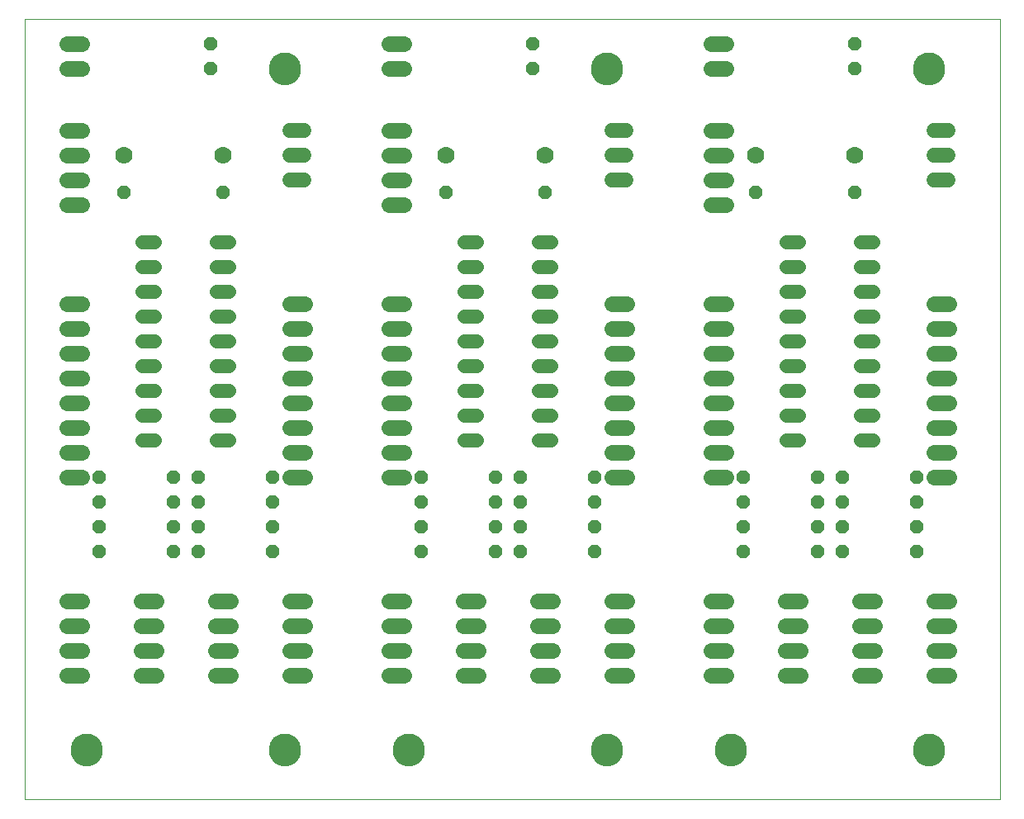
<source format=gbs>
G75*
%MOIN*%
%OFA0B0*%
%FSLAX25Y25*%
%IPPOS*%
%LPD*%
%AMOC8*
5,1,8,0,0,1.08239X$1,22.5*
%
%ADD10C,0.00000*%
%ADD11C,0.07000*%
%ADD12C,0.06400*%
%ADD13OC8,0.05600*%
%ADD14C,0.12998*%
%ADD15C,0.05600*%
%ADD16C,0.06000*%
D10*
X0001000Y0003000D02*
X0001000Y0317961D01*
X0394701Y0317961D01*
X0394701Y0003000D01*
X0001000Y0003000D01*
X0019701Y0023000D02*
X0019703Y0023158D01*
X0019709Y0023316D01*
X0019719Y0023474D01*
X0019733Y0023632D01*
X0019751Y0023789D01*
X0019772Y0023946D01*
X0019798Y0024102D01*
X0019828Y0024258D01*
X0019861Y0024413D01*
X0019899Y0024566D01*
X0019940Y0024719D01*
X0019985Y0024871D01*
X0020034Y0025022D01*
X0020087Y0025171D01*
X0020143Y0025319D01*
X0020203Y0025465D01*
X0020267Y0025610D01*
X0020335Y0025753D01*
X0020406Y0025895D01*
X0020480Y0026035D01*
X0020558Y0026172D01*
X0020640Y0026308D01*
X0020724Y0026442D01*
X0020813Y0026573D01*
X0020904Y0026702D01*
X0020999Y0026829D01*
X0021096Y0026954D01*
X0021197Y0027076D01*
X0021301Y0027195D01*
X0021408Y0027312D01*
X0021518Y0027426D01*
X0021631Y0027537D01*
X0021746Y0027646D01*
X0021864Y0027751D01*
X0021985Y0027853D01*
X0022108Y0027953D01*
X0022234Y0028049D01*
X0022362Y0028142D01*
X0022492Y0028232D01*
X0022625Y0028318D01*
X0022760Y0028402D01*
X0022896Y0028481D01*
X0023035Y0028558D01*
X0023176Y0028630D01*
X0023318Y0028700D01*
X0023462Y0028765D01*
X0023608Y0028827D01*
X0023755Y0028885D01*
X0023904Y0028940D01*
X0024054Y0028991D01*
X0024205Y0029038D01*
X0024357Y0029081D01*
X0024510Y0029120D01*
X0024665Y0029156D01*
X0024820Y0029187D01*
X0024976Y0029215D01*
X0025132Y0029239D01*
X0025289Y0029259D01*
X0025447Y0029275D01*
X0025604Y0029287D01*
X0025763Y0029295D01*
X0025921Y0029299D01*
X0026079Y0029299D01*
X0026237Y0029295D01*
X0026396Y0029287D01*
X0026553Y0029275D01*
X0026711Y0029259D01*
X0026868Y0029239D01*
X0027024Y0029215D01*
X0027180Y0029187D01*
X0027335Y0029156D01*
X0027490Y0029120D01*
X0027643Y0029081D01*
X0027795Y0029038D01*
X0027946Y0028991D01*
X0028096Y0028940D01*
X0028245Y0028885D01*
X0028392Y0028827D01*
X0028538Y0028765D01*
X0028682Y0028700D01*
X0028824Y0028630D01*
X0028965Y0028558D01*
X0029104Y0028481D01*
X0029240Y0028402D01*
X0029375Y0028318D01*
X0029508Y0028232D01*
X0029638Y0028142D01*
X0029766Y0028049D01*
X0029892Y0027953D01*
X0030015Y0027853D01*
X0030136Y0027751D01*
X0030254Y0027646D01*
X0030369Y0027537D01*
X0030482Y0027426D01*
X0030592Y0027312D01*
X0030699Y0027195D01*
X0030803Y0027076D01*
X0030904Y0026954D01*
X0031001Y0026829D01*
X0031096Y0026702D01*
X0031187Y0026573D01*
X0031276Y0026442D01*
X0031360Y0026308D01*
X0031442Y0026172D01*
X0031520Y0026035D01*
X0031594Y0025895D01*
X0031665Y0025753D01*
X0031733Y0025610D01*
X0031797Y0025465D01*
X0031857Y0025319D01*
X0031913Y0025171D01*
X0031966Y0025022D01*
X0032015Y0024871D01*
X0032060Y0024719D01*
X0032101Y0024566D01*
X0032139Y0024413D01*
X0032172Y0024258D01*
X0032202Y0024102D01*
X0032228Y0023946D01*
X0032249Y0023789D01*
X0032267Y0023632D01*
X0032281Y0023474D01*
X0032291Y0023316D01*
X0032297Y0023158D01*
X0032299Y0023000D01*
X0032297Y0022842D01*
X0032291Y0022684D01*
X0032281Y0022526D01*
X0032267Y0022368D01*
X0032249Y0022211D01*
X0032228Y0022054D01*
X0032202Y0021898D01*
X0032172Y0021742D01*
X0032139Y0021587D01*
X0032101Y0021434D01*
X0032060Y0021281D01*
X0032015Y0021129D01*
X0031966Y0020978D01*
X0031913Y0020829D01*
X0031857Y0020681D01*
X0031797Y0020535D01*
X0031733Y0020390D01*
X0031665Y0020247D01*
X0031594Y0020105D01*
X0031520Y0019965D01*
X0031442Y0019828D01*
X0031360Y0019692D01*
X0031276Y0019558D01*
X0031187Y0019427D01*
X0031096Y0019298D01*
X0031001Y0019171D01*
X0030904Y0019046D01*
X0030803Y0018924D01*
X0030699Y0018805D01*
X0030592Y0018688D01*
X0030482Y0018574D01*
X0030369Y0018463D01*
X0030254Y0018354D01*
X0030136Y0018249D01*
X0030015Y0018147D01*
X0029892Y0018047D01*
X0029766Y0017951D01*
X0029638Y0017858D01*
X0029508Y0017768D01*
X0029375Y0017682D01*
X0029240Y0017598D01*
X0029104Y0017519D01*
X0028965Y0017442D01*
X0028824Y0017370D01*
X0028682Y0017300D01*
X0028538Y0017235D01*
X0028392Y0017173D01*
X0028245Y0017115D01*
X0028096Y0017060D01*
X0027946Y0017009D01*
X0027795Y0016962D01*
X0027643Y0016919D01*
X0027490Y0016880D01*
X0027335Y0016844D01*
X0027180Y0016813D01*
X0027024Y0016785D01*
X0026868Y0016761D01*
X0026711Y0016741D01*
X0026553Y0016725D01*
X0026396Y0016713D01*
X0026237Y0016705D01*
X0026079Y0016701D01*
X0025921Y0016701D01*
X0025763Y0016705D01*
X0025604Y0016713D01*
X0025447Y0016725D01*
X0025289Y0016741D01*
X0025132Y0016761D01*
X0024976Y0016785D01*
X0024820Y0016813D01*
X0024665Y0016844D01*
X0024510Y0016880D01*
X0024357Y0016919D01*
X0024205Y0016962D01*
X0024054Y0017009D01*
X0023904Y0017060D01*
X0023755Y0017115D01*
X0023608Y0017173D01*
X0023462Y0017235D01*
X0023318Y0017300D01*
X0023176Y0017370D01*
X0023035Y0017442D01*
X0022896Y0017519D01*
X0022760Y0017598D01*
X0022625Y0017682D01*
X0022492Y0017768D01*
X0022362Y0017858D01*
X0022234Y0017951D01*
X0022108Y0018047D01*
X0021985Y0018147D01*
X0021864Y0018249D01*
X0021746Y0018354D01*
X0021631Y0018463D01*
X0021518Y0018574D01*
X0021408Y0018688D01*
X0021301Y0018805D01*
X0021197Y0018924D01*
X0021096Y0019046D01*
X0020999Y0019171D01*
X0020904Y0019298D01*
X0020813Y0019427D01*
X0020724Y0019558D01*
X0020640Y0019692D01*
X0020558Y0019828D01*
X0020480Y0019965D01*
X0020406Y0020105D01*
X0020335Y0020247D01*
X0020267Y0020390D01*
X0020203Y0020535D01*
X0020143Y0020681D01*
X0020087Y0020829D01*
X0020034Y0020978D01*
X0019985Y0021129D01*
X0019940Y0021281D01*
X0019899Y0021434D01*
X0019861Y0021587D01*
X0019828Y0021742D01*
X0019798Y0021898D01*
X0019772Y0022054D01*
X0019751Y0022211D01*
X0019733Y0022368D01*
X0019719Y0022526D01*
X0019709Y0022684D01*
X0019703Y0022842D01*
X0019701Y0023000D01*
X0099701Y0023000D02*
X0099703Y0023158D01*
X0099709Y0023316D01*
X0099719Y0023474D01*
X0099733Y0023632D01*
X0099751Y0023789D01*
X0099772Y0023946D01*
X0099798Y0024102D01*
X0099828Y0024258D01*
X0099861Y0024413D01*
X0099899Y0024566D01*
X0099940Y0024719D01*
X0099985Y0024871D01*
X0100034Y0025022D01*
X0100087Y0025171D01*
X0100143Y0025319D01*
X0100203Y0025465D01*
X0100267Y0025610D01*
X0100335Y0025753D01*
X0100406Y0025895D01*
X0100480Y0026035D01*
X0100558Y0026172D01*
X0100640Y0026308D01*
X0100724Y0026442D01*
X0100813Y0026573D01*
X0100904Y0026702D01*
X0100999Y0026829D01*
X0101096Y0026954D01*
X0101197Y0027076D01*
X0101301Y0027195D01*
X0101408Y0027312D01*
X0101518Y0027426D01*
X0101631Y0027537D01*
X0101746Y0027646D01*
X0101864Y0027751D01*
X0101985Y0027853D01*
X0102108Y0027953D01*
X0102234Y0028049D01*
X0102362Y0028142D01*
X0102492Y0028232D01*
X0102625Y0028318D01*
X0102760Y0028402D01*
X0102896Y0028481D01*
X0103035Y0028558D01*
X0103176Y0028630D01*
X0103318Y0028700D01*
X0103462Y0028765D01*
X0103608Y0028827D01*
X0103755Y0028885D01*
X0103904Y0028940D01*
X0104054Y0028991D01*
X0104205Y0029038D01*
X0104357Y0029081D01*
X0104510Y0029120D01*
X0104665Y0029156D01*
X0104820Y0029187D01*
X0104976Y0029215D01*
X0105132Y0029239D01*
X0105289Y0029259D01*
X0105447Y0029275D01*
X0105604Y0029287D01*
X0105763Y0029295D01*
X0105921Y0029299D01*
X0106079Y0029299D01*
X0106237Y0029295D01*
X0106396Y0029287D01*
X0106553Y0029275D01*
X0106711Y0029259D01*
X0106868Y0029239D01*
X0107024Y0029215D01*
X0107180Y0029187D01*
X0107335Y0029156D01*
X0107490Y0029120D01*
X0107643Y0029081D01*
X0107795Y0029038D01*
X0107946Y0028991D01*
X0108096Y0028940D01*
X0108245Y0028885D01*
X0108392Y0028827D01*
X0108538Y0028765D01*
X0108682Y0028700D01*
X0108824Y0028630D01*
X0108965Y0028558D01*
X0109104Y0028481D01*
X0109240Y0028402D01*
X0109375Y0028318D01*
X0109508Y0028232D01*
X0109638Y0028142D01*
X0109766Y0028049D01*
X0109892Y0027953D01*
X0110015Y0027853D01*
X0110136Y0027751D01*
X0110254Y0027646D01*
X0110369Y0027537D01*
X0110482Y0027426D01*
X0110592Y0027312D01*
X0110699Y0027195D01*
X0110803Y0027076D01*
X0110904Y0026954D01*
X0111001Y0026829D01*
X0111096Y0026702D01*
X0111187Y0026573D01*
X0111276Y0026442D01*
X0111360Y0026308D01*
X0111442Y0026172D01*
X0111520Y0026035D01*
X0111594Y0025895D01*
X0111665Y0025753D01*
X0111733Y0025610D01*
X0111797Y0025465D01*
X0111857Y0025319D01*
X0111913Y0025171D01*
X0111966Y0025022D01*
X0112015Y0024871D01*
X0112060Y0024719D01*
X0112101Y0024566D01*
X0112139Y0024413D01*
X0112172Y0024258D01*
X0112202Y0024102D01*
X0112228Y0023946D01*
X0112249Y0023789D01*
X0112267Y0023632D01*
X0112281Y0023474D01*
X0112291Y0023316D01*
X0112297Y0023158D01*
X0112299Y0023000D01*
X0112297Y0022842D01*
X0112291Y0022684D01*
X0112281Y0022526D01*
X0112267Y0022368D01*
X0112249Y0022211D01*
X0112228Y0022054D01*
X0112202Y0021898D01*
X0112172Y0021742D01*
X0112139Y0021587D01*
X0112101Y0021434D01*
X0112060Y0021281D01*
X0112015Y0021129D01*
X0111966Y0020978D01*
X0111913Y0020829D01*
X0111857Y0020681D01*
X0111797Y0020535D01*
X0111733Y0020390D01*
X0111665Y0020247D01*
X0111594Y0020105D01*
X0111520Y0019965D01*
X0111442Y0019828D01*
X0111360Y0019692D01*
X0111276Y0019558D01*
X0111187Y0019427D01*
X0111096Y0019298D01*
X0111001Y0019171D01*
X0110904Y0019046D01*
X0110803Y0018924D01*
X0110699Y0018805D01*
X0110592Y0018688D01*
X0110482Y0018574D01*
X0110369Y0018463D01*
X0110254Y0018354D01*
X0110136Y0018249D01*
X0110015Y0018147D01*
X0109892Y0018047D01*
X0109766Y0017951D01*
X0109638Y0017858D01*
X0109508Y0017768D01*
X0109375Y0017682D01*
X0109240Y0017598D01*
X0109104Y0017519D01*
X0108965Y0017442D01*
X0108824Y0017370D01*
X0108682Y0017300D01*
X0108538Y0017235D01*
X0108392Y0017173D01*
X0108245Y0017115D01*
X0108096Y0017060D01*
X0107946Y0017009D01*
X0107795Y0016962D01*
X0107643Y0016919D01*
X0107490Y0016880D01*
X0107335Y0016844D01*
X0107180Y0016813D01*
X0107024Y0016785D01*
X0106868Y0016761D01*
X0106711Y0016741D01*
X0106553Y0016725D01*
X0106396Y0016713D01*
X0106237Y0016705D01*
X0106079Y0016701D01*
X0105921Y0016701D01*
X0105763Y0016705D01*
X0105604Y0016713D01*
X0105447Y0016725D01*
X0105289Y0016741D01*
X0105132Y0016761D01*
X0104976Y0016785D01*
X0104820Y0016813D01*
X0104665Y0016844D01*
X0104510Y0016880D01*
X0104357Y0016919D01*
X0104205Y0016962D01*
X0104054Y0017009D01*
X0103904Y0017060D01*
X0103755Y0017115D01*
X0103608Y0017173D01*
X0103462Y0017235D01*
X0103318Y0017300D01*
X0103176Y0017370D01*
X0103035Y0017442D01*
X0102896Y0017519D01*
X0102760Y0017598D01*
X0102625Y0017682D01*
X0102492Y0017768D01*
X0102362Y0017858D01*
X0102234Y0017951D01*
X0102108Y0018047D01*
X0101985Y0018147D01*
X0101864Y0018249D01*
X0101746Y0018354D01*
X0101631Y0018463D01*
X0101518Y0018574D01*
X0101408Y0018688D01*
X0101301Y0018805D01*
X0101197Y0018924D01*
X0101096Y0019046D01*
X0100999Y0019171D01*
X0100904Y0019298D01*
X0100813Y0019427D01*
X0100724Y0019558D01*
X0100640Y0019692D01*
X0100558Y0019828D01*
X0100480Y0019965D01*
X0100406Y0020105D01*
X0100335Y0020247D01*
X0100267Y0020390D01*
X0100203Y0020535D01*
X0100143Y0020681D01*
X0100087Y0020829D01*
X0100034Y0020978D01*
X0099985Y0021129D01*
X0099940Y0021281D01*
X0099899Y0021434D01*
X0099861Y0021587D01*
X0099828Y0021742D01*
X0099798Y0021898D01*
X0099772Y0022054D01*
X0099751Y0022211D01*
X0099733Y0022368D01*
X0099719Y0022526D01*
X0099709Y0022684D01*
X0099703Y0022842D01*
X0099701Y0023000D01*
X0149701Y0023000D02*
X0149703Y0023158D01*
X0149709Y0023316D01*
X0149719Y0023474D01*
X0149733Y0023632D01*
X0149751Y0023789D01*
X0149772Y0023946D01*
X0149798Y0024102D01*
X0149828Y0024258D01*
X0149861Y0024413D01*
X0149899Y0024566D01*
X0149940Y0024719D01*
X0149985Y0024871D01*
X0150034Y0025022D01*
X0150087Y0025171D01*
X0150143Y0025319D01*
X0150203Y0025465D01*
X0150267Y0025610D01*
X0150335Y0025753D01*
X0150406Y0025895D01*
X0150480Y0026035D01*
X0150558Y0026172D01*
X0150640Y0026308D01*
X0150724Y0026442D01*
X0150813Y0026573D01*
X0150904Y0026702D01*
X0150999Y0026829D01*
X0151096Y0026954D01*
X0151197Y0027076D01*
X0151301Y0027195D01*
X0151408Y0027312D01*
X0151518Y0027426D01*
X0151631Y0027537D01*
X0151746Y0027646D01*
X0151864Y0027751D01*
X0151985Y0027853D01*
X0152108Y0027953D01*
X0152234Y0028049D01*
X0152362Y0028142D01*
X0152492Y0028232D01*
X0152625Y0028318D01*
X0152760Y0028402D01*
X0152896Y0028481D01*
X0153035Y0028558D01*
X0153176Y0028630D01*
X0153318Y0028700D01*
X0153462Y0028765D01*
X0153608Y0028827D01*
X0153755Y0028885D01*
X0153904Y0028940D01*
X0154054Y0028991D01*
X0154205Y0029038D01*
X0154357Y0029081D01*
X0154510Y0029120D01*
X0154665Y0029156D01*
X0154820Y0029187D01*
X0154976Y0029215D01*
X0155132Y0029239D01*
X0155289Y0029259D01*
X0155447Y0029275D01*
X0155604Y0029287D01*
X0155763Y0029295D01*
X0155921Y0029299D01*
X0156079Y0029299D01*
X0156237Y0029295D01*
X0156396Y0029287D01*
X0156553Y0029275D01*
X0156711Y0029259D01*
X0156868Y0029239D01*
X0157024Y0029215D01*
X0157180Y0029187D01*
X0157335Y0029156D01*
X0157490Y0029120D01*
X0157643Y0029081D01*
X0157795Y0029038D01*
X0157946Y0028991D01*
X0158096Y0028940D01*
X0158245Y0028885D01*
X0158392Y0028827D01*
X0158538Y0028765D01*
X0158682Y0028700D01*
X0158824Y0028630D01*
X0158965Y0028558D01*
X0159104Y0028481D01*
X0159240Y0028402D01*
X0159375Y0028318D01*
X0159508Y0028232D01*
X0159638Y0028142D01*
X0159766Y0028049D01*
X0159892Y0027953D01*
X0160015Y0027853D01*
X0160136Y0027751D01*
X0160254Y0027646D01*
X0160369Y0027537D01*
X0160482Y0027426D01*
X0160592Y0027312D01*
X0160699Y0027195D01*
X0160803Y0027076D01*
X0160904Y0026954D01*
X0161001Y0026829D01*
X0161096Y0026702D01*
X0161187Y0026573D01*
X0161276Y0026442D01*
X0161360Y0026308D01*
X0161442Y0026172D01*
X0161520Y0026035D01*
X0161594Y0025895D01*
X0161665Y0025753D01*
X0161733Y0025610D01*
X0161797Y0025465D01*
X0161857Y0025319D01*
X0161913Y0025171D01*
X0161966Y0025022D01*
X0162015Y0024871D01*
X0162060Y0024719D01*
X0162101Y0024566D01*
X0162139Y0024413D01*
X0162172Y0024258D01*
X0162202Y0024102D01*
X0162228Y0023946D01*
X0162249Y0023789D01*
X0162267Y0023632D01*
X0162281Y0023474D01*
X0162291Y0023316D01*
X0162297Y0023158D01*
X0162299Y0023000D01*
X0162297Y0022842D01*
X0162291Y0022684D01*
X0162281Y0022526D01*
X0162267Y0022368D01*
X0162249Y0022211D01*
X0162228Y0022054D01*
X0162202Y0021898D01*
X0162172Y0021742D01*
X0162139Y0021587D01*
X0162101Y0021434D01*
X0162060Y0021281D01*
X0162015Y0021129D01*
X0161966Y0020978D01*
X0161913Y0020829D01*
X0161857Y0020681D01*
X0161797Y0020535D01*
X0161733Y0020390D01*
X0161665Y0020247D01*
X0161594Y0020105D01*
X0161520Y0019965D01*
X0161442Y0019828D01*
X0161360Y0019692D01*
X0161276Y0019558D01*
X0161187Y0019427D01*
X0161096Y0019298D01*
X0161001Y0019171D01*
X0160904Y0019046D01*
X0160803Y0018924D01*
X0160699Y0018805D01*
X0160592Y0018688D01*
X0160482Y0018574D01*
X0160369Y0018463D01*
X0160254Y0018354D01*
X0160136Y0018249D01*
X0160015Y0018147D01*
X0159892Y0018047D01*
X0159766Y0017951D01*
X0159638Y0017858D01*
X0159508Y0017768D01*
X0159375Y0017682D01*
X0159240Y0017598D01*
X0159104Y0017519D01*
X0158965Y0017442D01*
X0158824Y0017370D01*
X0158682Y0017300D01*
X0158538Y0017235D01*
X0158392Y0017173D01*
X0158245Y0017115D01*
X0158096Y0017060D01*
X0157946Y0017009D01*
X0157795Y0016962D01*
X0157643Y0016919D01*
X0157490Y0016880D01*
X0157335Y0016844D01*
X0157180Y0016813D01*
X0157024Y0016785D01*
X0156868Y0016761D01*
X0156711Y0016741D01*
X0156553Y0016725D01*
X0156396Y0016713D01*
X0156237Y0016705D01*
X0156079Y0016701D01*
X0155921Y0016701D01*
X0155763Y0016705D01*
X0155604Y0016713D01*
X0155447Y0016725D01*
X0155289Y0016741D01*
X0155132Y0016761D01*
X0154976Y0016785D01*
X0154820Y0016813D01*
X0154665Y0016844D01*
X0154510Y0016880D01*
X0154357Y0016919D01*
X0154205Y0016962D01*
X0154054Y0017009D01*
X0153904Y0017060D01*
X0153755Y0017115D01*
X0153608Y0017173D01*
X0153462Y0017235D01*
X0153318Y0017300D01*
X0153176Y0017370D01*
X0153035Y0017442D01*
X0152896Y0017519D01*
X0152760Y0017598D01*
X0152625Y0017682D01*
X0152492Y0017768D01*
X0152362Y0017858D01*
X0152234Y0017951D01*
X0152108Y0018047D01*
X0151985Y0018147D01*
X0151864Y0018249D01*
X0151746Y0018354D01*
X0151631Y0018463D01*
X0151518Y0018574D01*
X0151408Y0018688D01*
X0151301Y0018805D01*
X0151197Y0018924D01*
X0151096Y0019046D01*
X0150999Y0019171D01*
X0150904Y0019298D01*
X0150813Y0019427D01*
X0150724Y0019558D01*
X0150640Y0019692D01*
X0150558Y0019828D01*
X0150480Y0019965D01*
X0150406Y0020105D01*
X0150335Y0020247D01*
X0150267Y0020390D01*
X0150203Y0020535D01*
X0150143Y0020681D01*
X0150087Y0020829D01*
X0150034Y0020978D01*
X0149985Y0021129D01*
X0149940Y0021281D01*
X0149899Y0021434D01*
X0149861Y0021587D01*
X0149828Y0021742D01*
X0149798Y0021898D01*
X0149772Y0022054D01*
X0149751Y0022211D01*
X0149733Y0022368D01*
X0149719Y0022526D01*
X0149709Y0022684D01*
X0149703Y0022842D01*
X0149701Y0023000D01*
X0229701Y0023000D02*
X0229703Y0023158D01*
X0229709Y0023316D01*
X0229719Y0023474D01*
X0229733Y0023632D01*
X0229751Y0023789D01*
X0229772Y0023946D01*
X0229798Y0024102D01*
X0229828Y0024258D01*
X0229861Y0024413D01*
X0229899Y0024566D01*
X0229940Y0024719D01*
X0229985Y0024871D01*
X0230034Y0025022D01*
X0230087Y0025171D01*
X0230143Y0025319D01*
X0230203Y0025465D01*
X0230267Y0025610D01*
X0230335Y0025753D01*
X0230406Y0025895D01*
X0230480Y0026035D01*
X0230558Y0026172D01*
X0230640Y0026308D01*
X0230724Y0026442D01*
X0230813Y0026573D01*
X0230904Y0026702D01*
X0230999Y0026829D01*
X0231096Y0026954D01*
X0231197Y0027076D01*
X0231301Y0027195D01*
X0231408Y0027312D01*
X0231518Y0027426D01*
X0231631Y0027537D01*
X0231746Y0027646D01*
X0231864Y0027751D01*
X0231985Y0027853D01*
X0232108Y0027953D01*
X0232234Y0028049D01*
X0232362Y0028142D01*
X0232492Y0028232D01*
X0232625Y0028318D01*
X0232760Y0028402D01*
X0232896Y0028481D01*
X0233035Y0028558D01*
X0233176Y0028630D01*
X0233318Y0028700D01*
X0233462Y0028765D01*
X0233608Y0028827D01*
X0233755Y0028885D01*
X0233904Y0028940D01*
X0234054Y0028991D01*
X0234205Y0029038D01*
X0234357Y0029081D01*
X0234510Y0029120D01*
X0234665Y0029156D01*
X0234820Y0029187D01*
X0234976Y0029215D01*
X0235132Y0029239D01*
X0235289Y0029259D01*
X0235447Y0029275D01*
X0235604Y0029287D01*
X0235763Y0029295D01*
X0235921Y0029299D01*
X0236079Y0029299D01*
X0236237Y0029295D01*
X0236396Y0029287D01*
X0236553Y0029275D01*
X0236711Y0029259D01*
X0236868Y0029239D01*
X0237024Y0029215D01*
X0237180Y0029187D01*
X0237335Y0029156D01*
X0237490Y0029120D01*
X0237643Y0029081D01*
X0237795Y0029038D01*
X0237946Y0028991D01*
X0238096Y0028940D01*
X0238245Y0028885D01*
X0238392Y0028827D01*
X0238538Y0028765D01*
X0238682Y0028700D01*
X0238824Y0028630D01*
X0238965Y0028558D01*
X0239104Y0028481D01*
X0239240Y0028402D01*
X0239375Y0028318D01*
X0239508Y0028232D01*
X0239638Y0028142D01*
X0239766Y0028049D01*
X0239892Y0027953D01*
X0240015Y0027853D01*
X0240136Y0027751D01*
X0240254Y0027646D01*
X0240369Y0027537D01*
X0240482Y0027426D01*
X0240592Y0027312D01*
X0240699Y0027195D01*
X0240803Y0027076D01*
X0240904Y0026954D01*
X0241001Y0026829D01*
X0241096Y0026702D01*
X0241187Y0026573D01*
X0241276Y0026442D01*
X0241360Y0026308D01*
X0241442Y0026172D01*
X0241520Y0026035D01*
X0241594Y0025895D01*
X0241665Y0025753D01*
X0241733Y0025610D01*
X0241797Y0025465D01*
X0241857Y0025319D01*
X0241913Y0025171D01*
X0241966Y0025022D01*
X0242015Y0024871D01*
X0242060Y0024719D01*
X0242101Y0024566D01*
X0242139Y0024413D01*
X0242172Y0024258D01*
X0242202Y0024102D01*
X0242228Y0023946D01*
X0242249Y0023789D01*
X0242267Y0023632D01*
X0242281Y0023474D01*
X0242291Y0023316D01*
X0242297Y0023158D01*
X0242299Y0023000D01*
X0242297Y0022842D01*
X0242291Y0022684D01*
X0242281Y0022526D01*
X0242267Y0022368D01*
X0242249Y0022211D01*
X0242228Y0022054D01*
X0242202Y0021898D01*
X0242172Y0021742D01*
X0242139Y0021587D01*
X0242101Y0021434D01*
X0242060Y0021281D01*
X0242015Y0021129D01*
X0241966Y0020978D01*
X0241913Y0020829D01*
X0241857Y0020681D01*
X0241797Y0020535D01*
X0241733Y0020390D01*
X0241665Y0020247D01*
X0241594Y0020105D01*
X0241520Y0019965D01*
X0241442Y0019828D01*
X0241360Y0019692D01*
X0241276Y0019558D01*
X0241187Y0019427D01*
X0241096Y0019298D01*
X0241001Y0019171D01*
X0240904Y0019046D01*
X0240803Y0018924D01*
X0240699Y0018805D01*
X0240592Y0018688D01*
X0240482Y0018574D01*
X0240369Y0018463D01*
X0240254Y0018354D01*
X0240136Y0018249D01*
X0240015Y0018147D01*
X0239892Y0018047D01*
X0239766Y0017951D01*
X0239638Y0017858D01*
X0239508Y0017768D01*
X0239375Y0017682D01*
X0239240Y0017598D01*
X0239104Y0017519D01*
X0238965Y0017442D01*
X0238824Y0017370D01*
X0238682Y0017300D01*
X0238538Y0017235D01*
X0238392Y0017173D01*
X0238245Y0017115D01*
X0238096Y0017060D01*
X0237946Y0017009D01*
X0237795Y0016962D01*
X0237643Y0016919D01*
X0237490Y0016880D01*
X0237335Y0016844D01*
X0237180Y0016813D01*
X0237024Y0016785D01*
X0236868Y0016761D01*
X0236711Y0016741D01*
X0236553Y0016725D01*
X0236396Y0016713D01*
X0236237Y0016705D01*
X0236079Y0016701D01*
X0235921Y0016701D01*
X0235763Y0016705D01*
X0235604Y0016713D01*
X0235447Y0016725D01*
X0235289Y0016741D01*
X0235132Y0016761D01*
X0234976Y0016785D01*
X0234820Y0016813D01*
X0234665Y0016844D01*
X0234510Y0016880D01*
X0234357Y0016919D01*
X0234205Y0016962D01*
X0234054Y0017009D01*
X0233904Y0017060D01*
X0233755Y0017115D01*
X0233608Y0017173D01*
X0233462Y0017235D01*
X0233318Y0017300D01*
X0233176Y0017370D01*
X0233035Y0017442D01*
X0232896Y0017519D01*
X0232760Y0017598D01*
X0232625Y0017682D01*
X0232492Y0017768D01*
X0232362Y0017858D01*
X0232234Y0017951D01*
X0232108Y0018047D01*
X0231985Y0018147D01*
X0231864Y0018249D01*
X0231746Y0018354D01*
X0231631Y0018463D01*
X0231518Y0018574D01*
X0231408Y0018688D01*
X0231301Y0018805D01*
X0231197Y0018924D01*
X0231096Y0019046D01*
X0230999Y0019171D01*
X0230904Y0019298D01*
X0230813Y0019427D01*
X0230724Y0019558D01*
X0230640Y0019692D01*
X0230558Y0019828D01*
X0230480Y0019965D01*
X0230406Y0020105D01*
X0230335Y0020247D01*
X0230267Y0020390D01*
X0230203Y0020535D01*
X0230143Y0020681D01*
X0230087Y0020829D01*
X0230034Y0020978D01*
X0229985Y0021129D01*
X0229940Y0021281D01*
X0229899Y0021434D01*
X0229861Y0021587D01*
X0229828Y0021742D01*
X0229798Y0021898D01*
X0229772Y0022054D01*
X0229751Y0022211D01*
X0229733Y0022368D01*
X0229719Y0022526D01*
X0229709Y0022684D01*
X0229703Y0022842D01*
X0229701Y0023000D01*
X0279701Y0023000D02*
X0279703Y0023158D01*
X0279709Y0023316D01*
X0279719Y0023474D01*
X0279733Y0023632D01*
X0279751Y0023789D01*
X0279772Y0023946D01*
X0279798Y0024102D01*
X0279828Y0024258D01*
X0279861Y0024413D01*
X0279899Y0024566D01*
X0279940Y0024719D01*
X0279985Y0024871D01*
X0280034Y0025022D01*
X0280087Y0025171D01*
X0280143Y0025319D01*
X0280203Y0025465D01*
X0280267Y0025610D01*
X0280335Y0025753D01*
X0280406Y0025895D01*
X0280480Y0026035D01*
X0280558Y0026172D01*
X0280640Y0026308D01*
X0280724Y0026442D01*
X0280813Y0026573D01*
X0280904Y0026702D01*
X0280999Y0026829D01*
X0281096Y0026954D01*
X0281197Y0027076D01*
X0281301Y0027195D01*
X0281408Y0027312D01*
X0281518Y0027426D01*
X0281631Y0027537D01*
X0281746Y0027646D01*
X0281864Y0027751D01*
X0281985Y0027853D01*
X0282108Y0027953D01*
X0282234Y0028049D01*
X0282362Y0028142D01*
X0282492Y0028232D01*
X0282625Y0028318D01*
X0282760Y0028402D01*
X0282896Y0028481D01*
X0283035Y0028558D01*
X0283176Y0028630D01*
X0283318Y0028700D01*
X0283462Y0028765D01*
X0283608Y0028827D01*
X0283755Y0028885D01*
X0283904Y0028940D01*
X0284054Y0028991D01*
X0284205Y0029038D01*
X0284357Y0029081D01*
X0284510Y0029120D01*
X0284665Y0029156D01*
X0284820Y0029187D01*
X0284976Y0029215D01*
X0285132Y0029239D01*
X0285289Y0029259D01*
X0285447Y0029275D01*
X0285604Y0029287D01*
X0285763Y0029295D01*
X0285921Y0029299D01*
X0286079Y0029299D01*
X0286237Y0029295D01*
X0286396Y0029287D01*
X0286553Y0029275D01*
X0286711Y0029259D01*
X0286868Y0029239D01*
X0287024Y0029215D01*
X0287180Y0029187D01*
X0287335Y0029156D01*
X0287490Y0029120D01*
X0287643Y0029081D01*
X0287795Y0029038D01*
X0287946Y0028991D01*
X0288096Y0028940D01*
X0288245Y0028885D01*
X0288392Y0028827D01*
X0288538Y0028765D01*
X0288682Y0028700D01*
X0288824Y0028630D01*
X0288965Y0028558D01*
X0289104Y0028481D01*
X0289240Y0028402D01*
X0289375Y0028318D01*
X0289508Y0028232D01*
X0289638Y0028142D01*
X0289766Y0028049D01*
X0289892Y0027953D01*
X0290015Y0027853D01*
X0290136Y0027751D01*
X0290254Y0027646D01*
X0290369Y0027537D01*
X0290482Y0027426D01*
X0290592Y0027312D01*
X0290699Y0027195D01*
X0290803Y0027076D01*
X0290904Y0026954D01*
X0291001Y0026829D01*
X0291096Y0026702D01*
X0291187Y0026573D01*
X0291276Y0026442D01*
X0291360Y0026308D01*
X0291442Y0026172D01*
X0291520Y0026035D01*
X0291594Y0025895D01*
X0291665Y0025753D01*
X0291733Y0025610D01*
X0291797Y0025465D01*
X0291857Y0025319D01*
X0291913Y0025171D01*
X0291966Y0025022D01*
X0292015Y0024871D01*
X0292060Y0024719D01*
X0292101Y0024566D01*
X0292139Y0024413D01*
X0292172Y0024258D01*
X0292202Y0024102D01*
X0292228Y0023946D01*
X0292249Y0023789D01*
X0292267Y0023632D01*
X0292281Y0023474D01*
X0292291Y0023316D01*
X0292297Y0023158D01*
X0292299Y0023000D01*
X0292297Y0022842D01*
X0292291Y0022684D01*
X0292281Y0022526D01*
X0292267Y0022368D01*
X0292249Y0022211D01*
X0292228Y0022054D01*
X0292202Y0021898D01*
X0292172Y0021742D01*
X0292139Y0021587D01*
X0292101Y0021434D01*
X0292060Y0021281D01*
X0292015Y0021129D01*
X0291966Y0020978D01*
X0291913Y0020829D01*
X0291857Y0020681D01*
X0291797Y0020535D01*
X0291733Y0020390D01*
X0291665Y0020247D01*
X0291594Y0020105D01*
X0291520Y0019965D01*
X0291442Y0019828D01*
X0291360Y0019692D01*
X0291276Y0019558D01*
X0291187Y0019427D01*
X0291096Y0019298D01*
X0291001Y0019171D01*
X0290904Y0019046D01*
X0290803Y0018924D01*
X0290699Y0018805D01*
X0290592Y0018688D01*
X0290482Y0018574D01*
X0290369Y0018463D01*
X0290254Y0018354D01*
X0290136Y0018249D01*
X0290015Y0018147D01*
X0289892Y0018047D01*
X0289766Y0017951D01*
X0289638Y0017858D01*
X0289508Y0017768D01*
X0289375Y0017682D01*
X0289240Y0017598D01*
X0289104Y0017519D01*
X0288965Y0017442D01*
X0288824Y0017370D01*
X0288682Y0017300D01*
X0288538Y0017235D01*
X0288392Y0017173D01*
X0288245Y0017115D01*
X0288096Y0017060D01*
X0287946Y0017009D01*
X0287795Y0016962D01*
X0287643Y0016919D01*
X0287490Y0016880D01*
X0287335Y0016844D01*
X0287180Y0016813D01*
X0287024Y0016785D01*
X0286868Y0016761D01*
X0286711Y0016741D01*
X0286553Y0016725D01*
X0286396Y0016713D01*
X0286237Y0016705D01*
X0286079Y0016701D01*
X0285921Y0016701D01*
X0285763Y0016705D01*
X0285604Y0016713D01*
X0285447Y0016725D01*
X0285289Y0016741D01*
X0285132Y0016761D01*
X0284976Y0016785D01*
X0284820Y0016813D01*
X0284665Y0016844D01*
X0284510Y0016880D01*
X0284357Y0016919D01*
X0284205Y0016962D01*
X0284054Y0017009D01*
X0283904Y0017060D01*
X0283755Y0017115D01*
X0283608Y0017173D01*
X0283462Y0017235D01*
X0283318Y0017300D01*
X0283176Y0017370D01*
X0283035Y0017442D01*
X0282896Y0017519D01*
X0282760Y0017598D01*
X0282625Y0017682D01*
X0282492Y0017768D01*
X0282362Y0017858D01*
X0282234Y0017951D01*
X0282108Y0018047D01*
X0281985Y0018147D01*
X0281864Y0018249D01*
X0281746Y0018354D01*
X0281631Y0018463D01*
X0281518Y0018574D01*
X0281408Y0018688D01*
X0281301Y0018805D01*
X0281197Y0018924D01*
X0281096Y0019046D01*
X0280999Y0019171D01*
X0280904Y0019298D01*
X0280813Y0019427D01*
X0280724Y0019558D01*
X0280640Y0019692D01*
X0280558Y0019828D01*
X0280480Y0019965D01*
X0280406Y0020105D01*
X0280335Y0020247D01*
X0280267Y0020390D01*
X0280203Y0020535D01*
X0280143Y0020681D01*
X0280087Y0020829D01*
X0280034Y0020978D01*
X0279985Y0021129D01*
X0279940Y0021281D01*
X0279899Y0021434D01*
X0279861Y0021587D01*
X0279828Y0021742D01*
X0279798Y0021898D01*
X0279772Y0022054D01*
X0279751Y0022211D01*
X0279733Y0022368D01*
X0279719Y0022526D01*
X0279709Y0022684D01*
X0279703Y0022842D01*
X0279701Y0023000D01*
X0359701Y0023000D02*
X0359703Y0023158D01*
X0359709Y0023316D01*
X0359719Y0023474D01*
X0359733Y0023632D01*
X0359751Y0023789D01*
X0359772Y0023946D01*
X0359798Y0024102D01*
X0359828Y0024258D01*
X0359861Y0024413D01*
X0359899Y0024566D01*
X0359940Y0024719D01*
X0359985Y0024871D01*
X0360034Y0025022D01*
X0360087Y0025171D01*
X0360143Y0025319D01*
X0360203Y0025465D01*
X0360267Y0025610D01*
X0360335Y0025753D01*
X0360406Y0025895D01*
X0360480Y0026035D01*
X0360558Y0026172D01*
X0360640Y0026308D01*
X0360724Y0026442D01*
X0360813Y0026573D01*
X0360904Y0026702D01*
X0360999Y0026829D01*
X0361096Y0026954D01*
X0361197Y0027076D01*
X0361301Y0027195D01*
X0361408Y0027312D01*
X0361518Y0027426D01*
X0361631Y0027537D01*
X0361746Y0027646D01*
X0361864Y0027751D01*
X0361985Y0027853D01*
X0362108Y0027953D01*
X0362234Y0028049D01*
X0362362Y0028142D01*
X0362492Y0028232D01*
X0362625Y0028318D01*
X0362760Y0028402D01*
X0362896Y0028481D01*
X0363035Y0028558D01*
X0363176Y0028630D01*
X0363318Y0028700D01*
X0363462Y0028765D01*
X0363608Y0028827D01*
X0363755Y0028885D01*
X0363904Y0028940D01*
X0364054Y0028991D01*
X0364205Y0029038D01*
X0364357Y0029081D01*
X0364510Y0029120D01*
X0364665Y0029156D01*
X0364820Y0029187D01*
X0364976Y0029215D01*
X0365132Y0029239D01*
X0365289Y0029259D01*
X0365447Y0029275D01*
X0365604Y0029287D01*
X0365763Y0029295D01*
X0365921Y0029299D01*
X0366079Y0029299D01*
X0366237Y0029295D01*
X0366396Y0029287D01*
X0366553Y0029275D01*
X0366711Y0029259D01*
X0366868Y0029239D01*
X0367024Y0029215D01*
X0367180Y0029187D01*
X0367335Y0029156D01*
X0367490Y0029120D01*
X0367643Y0029081D01*
X0367795Y0029038D01*
X0367946Y0028991D01*
X0368096Y0028940D01*
X0368245Y0028885D01*
X0368392Y0028827D01*
X0368538Y0028765D01*
X0368682Y0028700D01*
X0368824Y0028630D01*
X0368965Y0028558D01*
X0369104Y0028481D01*
X0369240Y0028402D01*
X0369375Y0028318D01*
X0369508Y0028232D01*
X0369638Y0028142D01*
X0369766Y0028049D01*
X0369892Y0027953D01*
X0370015Y0027853D01*
X0370136Y0027751D01*
X0370254Y0027646D01*
X0370369Y0027537D01*
X0370482Y0027426D01*
X0370592Y0027312D01*
X0370699Y0027195D01*
X0370803Y0027076D01*
X0370904Y0026954D01*
X0371001Y0026829D01*
X0371096Y0026702D01*
X0371187Y0026573D01*
X0371276Y0026442D01*
X0371360Y0026308D01*
X0371442Y0026172D01*
X0371520Y0026035D01*
X0371594Y0025895D01*
X0371665Y0025753D01*
X0371733Y0025610D01*
X0371797Y0025465D01*
X0371857Y0025319D01*
X0371913Y0025171D01*
X0371966Y0025022D01*
X0372015Y0024871D01*
X0372060Y0024719D01*
X0372101Y0024566D01*
X0372139Y0024413D01*
X0372172Y0024258D01*
X0372202Y0024102D01*
X0372228Y0023946D01*
X0372249Y0023789D01*
X0372267Y0023632D01*
X0372281Y0023474D01*
X0372291Y0023316D01*
X0372297Y0023158D01*
X0372299Y0023000D01*
X0372297Y0022842D01*
X0372291Y0022684D01*
X0372281Y0022526D01*
X0372267Y0022368D01*
X0372249Y0022211D01*
X0372228Y0022054D01*
X0372202Y0021898D01*
X0372172Y0021742D01*
X0372139Y0021587D01*
X0372101Y0021434D01*
X0372060Y0021281D01*
X0372015Y0021129D01*
X0371966Y0020978D01*
X0371913Y0020829D01*
X0371857Y0020681D01*
X0371797Y0020535D01*
X0371733Y0020390D01*
X0371665Y0020247D01*
X0371594Y0020105D01*
X0371520Y0019965D01*
X0371442Y0019828D01*
X0371360Y0019692D01*
X0371276Y0019558D01*
X0371187Y0019427D01*
X0371096Y0019298D01*
X0371001Y0019171D01*
X0370904Y0019046D01*
X0370803Y0018924D01*
X0370699Y0018805D01*
X0370592Y0018688D01*
X0370482Y0018574D01*
X0370369Y0018463D01*
X0370254Y0018354D01*
X0370136Y0018249D01*
X0370015Y0018147D01*
X0369892Y0018047D01*
X0369766Y0017951D01*
X0369638Y0017858D01*
X0369508Y0017768D01*
X0369375Y0017682D01*
X0369240Y0017598D01*
X0369104Y0017519D01*
X0368965Y0017442D01*
X0368824Y0017370D01*
X0368682Y0017300D01*
X0368538Y0017235D01*
X0368392Y0017173D01*
X0368245Y0017115D01*
X0368096Y0017060D01*
X0367946Y0017009D01*
X0367795Y0016962D01*
X0367643Y0016919D01*
X0367490Y0016880D01*
X0367335Y0016844D01*
X0367180Y0016813D01*
X0367024Y0016785D01*
X0366868Y0016761D01*
X0366711Y0016741D01*
X0366553Y0016725D01*
X0366396Y0016713D01*
X0366237Y0016705D01*
X0366079Y0016701D01*
X0365921Y0016701D01*
X0365763Y0016705D01*
X0365604Y0016713D01*
X0365447Y0016725D01*
X0365289Y0016741D01*
X0365132Y0016761D01*
X0364976Y0016785D01*
X0364820Y0016813D01*
X0364665Y0016844D01*
X0364510Y0016880D01*
X0364357Y0016919D01*
X0364205Y0016962D01*
X0364054Y0017009D01*
X0363904Y0017060D01*
X0363755Y0017115D01*
X0363608Y0017173D01*
X0363462Y0017235D01*
X0363318Y0017300D01*
X0363176Y0017370D01*
X0363035Y0017442D01*
X0362896Y0017519D01*
X0362760Y0017598D01*
X0362625Y0017682D01*
X0362492Y0017768D01*
X0362362Y0017858D01*
X0362234Y0017951D01*
X0362108Y0018047D01*
X0361985Y0018147D01*
X0361864Y0018249D01*
X0361746Y0018354D01*
X0361631Y0018463D01*
X0361518Y0018574D01*
X0361408Y0018688D01*
X0361301Y0018805D01*
X0361197Y0018924D01*
X0361096Y0019046D01*
X0360999Y0019171D01*
X0360904Y0019298D01*
X0360813Y0019427D01*
X0360724Y0019558D01*
X0360640Y0019692D01*
X0360558Y0019828D01*
X0360480Y0019965D01*
X0360406Y0020105D01*
X0360335Y0020247D01*
X0360267Y0020390D01*
X0360203Y0020535D01*
X0360143Y0020681D01*
X0360087Y0020829D01*
X0360034Y0020978D01*
X0359985Y0021129D01*
X0359940Y0021281D01*
X0359899Y0021434D01*
X0359861Y0021587D01*
X0359828Y0021742D01*
X0359798Y0021898D01*
X0359772Y0022054D01*
X0359751Y0022211D01*
X0359733Y0022368D01*
X0359719Y0022526D01*
X0359709Y0022684D01*
X0359703Y0022842D01*
X0359701Y0023000D01*
X0359701Y0298000D02*
X0359703Y0298158D01*
X0359709Y0298316D01*
X0359719Y0298474D01*
X0359733Y0298632D01*
X0359751Y0298789D01*
X0359772Y0298946D01*
X0359798Y0299102D01*
X0359828Y0299258D01*
X0359861Y0299413D01*
X0359899Y0299566D01*
X0359940Y0299719D01*
X0359985Y0299871D01*
X0360034Y0300022D01*
X0360087Y0300171D01*
X0360143Y0300319D01*
X0360203Y0300465D01*
X0360267Y0300610D01*
X0360335Y0300753D01*
X0360406Y0300895D01*
X0360480Y0301035D01*
X0360558Y0301172D01*
X0360640Y0301308D01*
X0360724Y0301442D01*
X0360813Y0301573D01*
X0360904Y0301702D01*
X0360999Y0301829D01*
X0361096Y0301954D01*
X0361197Y0302076D01*
X0361301Y0302195D01*
X0361408Y0302312D01*
X0361518Y0302426D01*
X0361631Y0302537D01*
X0361746Y0302646D01*
X0361864Y0302751D01*
X0361985Y0302853D01*
X0362108Y0302953D01*
X0362234Y0303049D01*
X0362362Y0303142D01*
X0362492Y0303232D01*
X0362625Y0303318D01*
X0362760Y0303402D01*
X0362896Y0303481D01*
X0363035Y0303558D01*
X0363176Y0303630D01*
X0363318Y0303700D01*
X0363462Y0303765D01*
X0363608Y0303827D01*
X0363755Y0303885D01*
X0363904Y0303940D01*
X0364054Y0303991D01*
X0364205Y0304038D01*
X0364357Y0304081D01*
X0364510Y0304120D01*
X0364665Y0304156D01*
X0364820Y0304187D01*
X0364976Y0304215D01*
X0365132Y0304239D01*
X0365289Y0304259D01*
X0365447Y0304275D01*
X0365604Y0304287D01*
X0365763Y0304295D01*
X0365921Y0304299D01*
X0366079Y0304299D01*
X0366237Y0304295D01*
X0366396Y0304287D01*
X0366553Y0304275D01*
X0366711Y0304259D01*
X0366868Y0304239D01*
X0367024Y0304215D01*
X0367180Y0304187D01*
X0367335Y0304156D01*
X0367490Y0304120D01*
X0367643Y0304081D01*
X0367795Y0304038D01*
X0367946Y0303991D01*
X0368096Y0303940D01*
X0368245Y0303885D01*
X0368392Y0303827D01*
X0368538Y0303765D01*
X0368682Y0303700D01*
X0368824Y0303630D01*
X0368965Y0303558D01*
X0369104Y0303481D01*
X0369240Y0303402D01*
X0369375Y0303318D01*
X0369508Y0303232D01*
X0369638Y0303142D01*
X0369766Y0303049D01*
X0369892Y0302953D01*
X0370015Y0302853D01*
X0370136Y0302751D01*
X0370254Y0302646D01*
X0370369Y0302537D01*
X0370482Y0302426D01*
X0370592Y0302312D01*
X0370699Y0302195D01*
X0370803Y0302076D01*
X0370904Y0301954D01*
X0371001Y0301829D01*
X0371096Y0301702D01*
X0371187Y0301573D01*
X0371276Y0301442D01*
X0371360Y0301308D01*
X0371442Y0301172D01*
X0371520Y0301035D01*
X0371594Y0300895D01*
X0371665Y0300753D01*
X0371733Y0300610D01*
X0371797Y0300465D01*
X0371857Y0300319D01*
X0371913Y0300171D01*
X0371966Y0300022D01*
X0372015Y0299871D01*
X0372060Y0299719D01*
X0372101Y0299566D01*
X0372139Y0299413D01*
X0372172Y0299258D01*
X0372202Y0299102D01*
X0372228Y0298946D01*
X0372249Y0298789D01*
X0372267Y0298632D01*
X0372281Y0298474D01*
X0372291Y0298316D01*
X0372297Y0298158D01*
X0372299Y0298000D01*
X0372297Y0297842D01*
X0372291Y0297684D01*
X0372281Y0297526D01*
X0372267Y0297368D01*
X0372249Y0297211D01*
X0372228Y0297054D01*
X0372202Y0296898D01*
X0372172Y0296742D01*
X0372139Y0296587D01*
X0372101Y0296434D01*
X0372060Y0296281D01*
X0372015Y0296129D01*
X0371966Y0295978D01*
X0371913Y0295829D01*
X0371857Y0295681D01*
X0371797Y0295535D01*
X0371733Y0295390D01*
X0371665Y0295247D01*
X0371594Y0295105D01*
X0371520Y0294965D01*
X0371442Y0294828D01*
X0371360Y0294692D01*
X0371276Y0294558D01*
X0371187Y0294427D01*
X0371096Y0294298D01*
X0371001Y0294171D01*
X0370904Y0294046D01*
X0370803Y0293924D01*
X0370699Y0293805D01*
X0370592Y0293688D01*
X0370482Y0293574D01*
X0370369Y0293463D01*
X0370254Y0293354D01*
X0370136Y0293249D01*
X0370015Y0293147D01*
X0369892Y0293047D01*
X0369766Y0292951D01*
X0369638Y0292858D01*
X0369508Y0292768D01*
X0369375Y0292682D01*
X0369240Y0292598D01*
X0369104Y0292519D01*
X0368965Y0292442D01*
X0368824Y0292370D01*
X0368682Y0292300D01*
X0368538Y0292235D01*
X0368392Y0292173D01*
X0368245Y0292115D01*
X0368096Y0292060D01*
X0367946Y0292009D01*
X0367795Y0291962D01*
X0367643Y0291919D01*
X0367490Y0291880D01*
X0367335Y0291844D01*
X0367180Y0291813D01*
X0367024Y0291785D01*
X0366868Y0291761D01*
X0366711Y0291741D01*
X0366553Y0291725D01*
X0366396Y0291713D01*
X0366237Y0291705D01*
X0366079Y0291701D01*
X0365921Y0291701D01*
X0365763Y0291705D01*
X0365604Y0291713D01*
X0365447Y0291725D01*
X0365289Y0291741D01*
X0365132Y0291761D01*
X0364976Y0291785D01*
X0364820Y0291813D01*
X0364665Y0291844D01*
X0364510Y0291880D01*
X0364357Y0291919D01*
X0364205Y0291962D01*
X0364054Y0292009D01*
X0363904Y0292060D01*
X0363755Y0292115D01*
X0363608Y0292173D01*
X0363462Y0292235D01*
X0363318Y0292300D01*
X0363176Y0292370D01*
X0363035Y0292442D01*
X0362896Y0292519D01*
X0362760Y0292598D01*
X0362625Y0292682D01*
X0362492Y0292768D01*
X0362362Y0292858D01*
X0362234Y0292951D01*
X0362108Y0293047D01*
X0361985Y0293147D01*
X0361864Y0293249D01*
X0361746Y0293354D01*
X0361631Y0293463D01*
X0361518Y0293574D01*
X0361408Y0293688D01*
X0361301Y0293805D01*
X0361197Y0293924D01*
X0361096Y0294046D01*
X0360999Y0294171D01*
X0360904Y0294298D01*
X0360813Y0294427D01*
X0360724Y0294558D01*
X0360640Y0294692D01*
X0360558Y0294828D01*
X0360480Y0294965D01*
X0360406Y0295105D01*
X0360335Y0295247D01*
X0360267Y0295390D01*
X0360203Y0295535D01*
X0360143Y0295681D01*
X0360087Y0295829D01*
X0360034Y0295978D01*
X0359985Y0296129D01*
X0359940Y0296281D01*
X0359899Y0296434D01*
X0359861Y0296587D01*
X0359828Y0296742D01*
X0359798Y0296898D01*
X0359772Y0297054D01*
X0359751Y0297211D01*
X0359733Y0297368D01*
X0359719Y0297526D01*
X0359709Y0297684D01*
X0359703Y0297842D01*
X0359701Y0298000D01*
X0229701Y0298000D02*
X0229703Y0298158D01*
X0229709Y0298316D01*
X0229719Y0298474D01*
X0229733Y0298632D01*
X0229751Y0298789D01*
X0229772Y0298946D01*
X0229798Y0299102D01*
X0229828Y0299258D01*
X0229861Y0299413D01*
X0229899Y0299566D01*
X0229940Y0299719D01*
X0229985Y0299871D01*
X0230034Y0300022D01*
X0230087Y0300171D01*
X0230143Y0300319D01*
X0230203Y0300465D01*
X0230267Y0300610D01*
X0230335Y0300753D01*
X0230406Y0300895D01*
X0230480Y0301035D01*
X0230558Y0301172D01*
X0230640Y0301308D01*
X0230724Y0301442D01*
X0230813Y0301573D01*
X0230904Y0301702D01*
X0230999Y0301829D01*
X0231096Y0301954D01*
X0231197Y0302076D01*
X0231301Y0302195D01*
X0231408Y0302312D01*
X0231518Y0302426D01*
X0231631Y0302537D01*
X0231746Y0302646D01*
X0231864Y0302751D01*
X0231985Y0302853D01*
X0232108Y0302953D01*
X0232234Y0303049D01*
X0232362Y0303142D01*
X0232492Y0303232D01*
X0232625Y0303318D01*
X0232760Y0303402D01*
X0232896Y0303481D01*
X0233035Y0303558D01*
X0233176Y0303630D01*
X0233318Y0303700D01*
X0233462Y0303765D01*
X0233608Y0303827D01*
X0233755Y0303885D01*
X0233904Y0303940D01*
X0234054Y0303991D01*
X0234205Y0304038D01*
X0234357Y0304081D01*
X0234510Y0304120D01*
X0234665Y0304156D01*
X0234820Y0304187D01*
X0234976Y0304215D01*
X0235132Y0304239D01*
X0235289Y0304259D01*
X0235447Y0304275D01*
X0235604Y0304287D01*
X0235763Y0304295D01*
X0235921Y0304299D01*
X0236079Y0304299D01*
X0236237Y0304295D01*
X0236396Y0304287D01*
X0236553Y0304275D01*
X0236711Y0304259D01*
X0236868Y0304239D01*
X0237024Y0304215D01*
X0237180Y0304187D01*
X0237335Y0304156D01*
X0237490Y0304120D01*
X0237643Y0304081D01*
X0237795Y0304038D01*
X0237946Y0303991D01*
X0238096Y0303940D01*
X0238245Y0303885D01*
X0238392Y0303827D01*
X0238538Y0303765D01*
X0238682Y0303700D01*
X0238824Y0303630D01*
X0238965Y0303558D01*
X0239104Y0303481D01*
X0239240Y0303402D01*
X0239375Y0303318D01*
X0239508Y0303232D01*
X0239638Y0303142D01*
X0239766Y0303049D01*
X0239892Y0302953D01*
X0240015Y0302853D01*
X0240136Y0302751D01*
X0240254Y0302646D01*
X0240369Y0302537D01*
X0240482Y0302426D01*
X0240592Y0302312D01*
X0240699Y0302195D01*
X0240803Y0302076D01*
X0240904Y0301954D01*
X0241001Y0301829D01*
X0241096Y0301702D01*
X0241187Y0301573D01*
X0241276Y0301442D01*
X0241360Y0301308D01*
X0241442Y0301172D01*
X0241520Y0301035D01*
X0241594Y0300895D01*
X0241665Y0300753D01*
X0241733Y0300610D01*
X0241797Y0300465D01*
X0241857Y0300319D01*
X0241913Y0300171D01*
X0241966Y0300022D01*
X0242015Y0299871D01*
X0242060Y0299719D01*
X0242101Y0299566D01*
X0242139Y0299413D01*
X0242172Y0299258D01*
X0242202Y0299102D01*
X0242228Y0298946D01*
X0242249Y0298789D01*
X0242267Y0298632D01*
X0242281Y0298474D01*
X0242291Y0298316D01*
X0242297Y0298158D01*
X0242299Y0298000D01*
X0242297Y0297842D01*
X0242291Y0297684D01*
X0242281Y0297526D01*
X0242267Y0297368D01*
X0242249Y0297211D01*
X0242228Y0297054D01*
X0242202Y0296898D01*
X0242172Y0296742D01*
X0242139Y0296587D01*
X0242101Y0296434D01*
X0242060Y0296281D01*
X0242015Y0296129D01*
X0241966Y0295978D01*
X0241913Y0295829D01*
X0241857Y0295681D01*
X0241797Y0295535D01*
X0241733Y0295390D01*
X0241665Y0295247D01*
X0241594Y0295105D01*
X0241520Y0294965D01*
X0241442Y0294828D01*
X0241360Y0294692D01*
X0241276Y0294558D01*
X0241187Y0294427D01*
X0241096Y0294298D01*
X0241001Y0294171D01*
X0240904Y0294046D01*
X0240803Y0293924D01*
X0240699Y0293805D01*
X0240592Y0293688D01*
X0240482Y0293574D01*
X0240369Y0293463D01*
X0240254Y0293354D01*
X0240136Y0293249D01*
X0240015Y0293147D01*
X0239892Y0293047D01*
X0239766Y0292951D01*
X0239638Y0292858D01*
X0239508Y0292768D01*
X0239375Y0292682D01*
X0239240Y0292598D01*
X0239104Y0292519D01*
X0238965Y0292442D01*
X0238824Y0292370D01*
X0238682Y0292300D01*
X0238538Y0292235D01*
X0238392Y0292173D01*
X0238245Y0292115D01*
X0238096Y0292060D01*
X0237946Y0292009D01*
X0237795Y0291962D01*
X0237643Y0291919D01*
X0237490Y0291880D01*
X0237335Y0291844D01*
X0237180Y0291813D01*
X0237024Y0291785D01*
X0236868Y0291761D01*
X0236711Y0291741D01*
X0236553Y0291725D01*
X0236396Y0291713D01*
X0236237Y0291705D01*
X0236079Y0291701D01*
X0235921Y0291701D01*
X0235763Y0291705D01*
X0235604Y0291713D01*
X0235447Y0291725D01*
X0235289Y0291741D01*
X0235132Y0291761D01*
X0234976Y0291785D01*
X0234820Y0291813D01*
X0234665Y0291844D01*
X0234510Y0291880D01*
X0234357Y0291919D01*
X0234205Y0291962D01*
X0234054Y0292009D01*
X0233904Y0292060D01*
X0233755Y0292115D01*
X0233608Y0292173D01*
X0233462Y0292235D01*
X0233318Y0292300D01*
X0233176Y0292370D01*
X0233035Y0292442D01*
X0232896Y0292519D01*
X0232760Y0292598D01*
X0232625Y0292682D01*
X0232492Y0292768D01*
X0232362Y0292858D01*
X0232234Y0292951D01*
X0232108Y0293047D01*
X0231985Y0293147D01*
X0231864Y0293249D01*
X0231746Y0293354D01*
X0231631Y0293463D01*
X0231518Y0293574D01*
X0231408Y0293688D01*
X0231301Y0293805D01*
X0231197Y0293924D01*
X0231096Y0294046D01*
X0230999Y0294171D01*
X0230904Y0294298D01*
X0230813Y0294427D01*
X0230724Y0294558D01*
X0230640Y0294692D01*
X0230558Y0294828D01*
X0230480Y0294965D01*
X0230406Y0295105D01*
X0230335Y0295247D01*
X0230267Y0295390D01*
X0230203Y0295535D01*
X0230143Y0295681D01*
X0230087Y0295829D01*
X0230034Y0295978D01*
X0229985Y0296129D01*
X0229940Y0296281D01*
X0229899Y0296434D01*
X0229861Y0296587D01*
X0229828Y0296742D01*
X0229798Y0296898D01*
X0229772Y0297054D01*
X0229751Y0297211D01*
X0229733Y0297368D01*
X0229719Y0297526D01*
X0229709Y0297684D01*
X0229703Y0297842D01*
X0229701Y0298000D01*
X0099701Y0298000D02*
X0099703Y0298158D01*
X0099709Y0298316D01*
X0099719Y0298474D01*
X0099733Y0298632D01*
X0099751Y0298789D01*
X0099772Y0298946D01*
X0099798Y0299102D01*
X0099828Y0299258D01*
X0099861Y0299413D01*
X0099899Y0299566D01*
X0099940Y0299719D01*
X0099985Y0299871D01*
X0100034Y0300022D01*
X0100087Y0300171D01*
X0100143Y0300319D01*
X0100203Y0300465D01*
X0100267Y0300610D01*
X0100335Y0300753D01*
X0100406Y0300895D01*
X0100480Y0301035D01*
X0100558Y0301172D01*
X0100640Y0301308D01*
X0100724Y0301442D01*
X0100813Y0301573D01*
X0100904Y0301702D01*
X0100999Y0301829D01*
X0101096Y0301954D01*
X0101197Y0302076D01*
X0101301Y0302195D01*
X0101408Y0302312D01*
X0101518Y0302426D01*
X0101631Y0302537D01*
X0101746Y0302646D01*
X0101864Y0302751D01*
X0101985Y0302853D01*
X0102108Y0302953D01*
X0102234Y0303049D01*
X0102362Y0303142D01*
X0102492Y0303232D01*
X0102625Y0303318D01*
X0102760Y0303402D01*
X0102896Y0303481D01*
X0103035Y0303558D01*
X0103176Y0303630D01*
X0103318Y0303700D01*
X0103462Y0303765D01*
X0103608Y0303827D01*
X0103755Y0303885D01*
X0103904Y0303940D01*
X0104054Y0303991D01*
X0104205Y0304038D01*
X0104357Y0304081D01*
X0104510Y0304120D01*
X0104665Y0304156D01*
X0104820Y0304187D01*
X0104976Y0304215D01*
X0105132Y0304239D01*
X0105289Y0304259D01*
X0105447Y0304275D01*
X0105604Y0304287D01*
X0105763Y0304295D01*
X0105921Y0304299D01*
X0106079Y0304299D01*
X0106237Y0304295D01*
X0106396Y0304287D01*
X0106553Y0304275D01*
X0106711Y0304259D01*
X0106868Y0304239D01*
X0107024Y0304215D01*
X0107180Y0304187D01*
X0107335Y0304156D01*
X0107490Y0304120D01*
X0107643Y0304081D01*
X0107795Y0304038D01*
X0107946Y0303991D01*
X0108096Y0303940D01*
X0108245Y0303885D01*
X0108392Y0303827D01*
X0108538Y0303765D01*
X0108682Y0303700D01*
X0108824Y0303630D01*
X0108965Y0303558D01*
X0109104Y0303481D01*
X0109240Y0303402D01*
X0109375Y0303318D01*
X0109508Y0303232D01*
X0109638Y0303142D01*
X0109766Y0303049D01*
X0109892Y0302953D01*
X0110015Y0302853D01*
X0110136Y0302751D01*
X0110254Y0302646D01*
X0110369Y0302537D01*
X0110482Y0302426D01*
X0110592Y0302312D01*
X0110699Y0302195D01*
X0110803Y0302076D01*
X0110904Y0301954D01*
X0111001Y0301829D01*
X0111096Y0301702D01*
X0111187Y0301573D01*
X0111276Y0301442D01*
X0111360Y0301308D01*
X0111442Y0301172D01*
X0111520Y0301035D01*
X0111594Y0300895D01*
X0111665Y0300753D01*
X0111733Y0300610D01*
X0111797Y0300465D01*
X0111857Y0300319D01*
X0111913Y0300171D01*
X0111966Y0300022D01*
X0112015Y0299871D01*
X0112060Y0299719D01*
X0112101Y0299566D01*
X0112139Y0299413D01*
X0112172Y0299258D01*
X0112202Y0299102D01*
X0112228Y0298946D01*
X0112249Y0298789D01*
X0112267Y0298632D01*
X0112281Y0298474D01*
X0112291Y0298316D01*
X0112297Y0298158D01*
X0112299Y0298000D01*
X0112297Y0297842D01*
X0112291Y0297684D01*
X0112281Y0297526D01*
X0112267Y0297368D01*
X0112249Y0297211D01*
X0112228Y0297054D01*
X0112202Y0296898D01*
X0112172Y0296742D01*
X0112139Y0296587D01*
X0112101Y0296434D01*
X0112060Y0296281D01*
X0112015Y0296129D01*
X0111966Y0295978D01*
X0111913Y0295829D01*
X0111857Y0295681D01*
X0111797Y0295535D01*
X0111733Y0295390D01*
X0111665Y0295247D01*
X0111594Y0295105D01*
X0111520Y0294965D01*
X0111442Y0294828D01*
X0111360Y0294692D01*
X0111276Y0294558D01*
X0111187Y0294427D01*
X0111096Y0294298D01*
X0111001Y0294171D01*
X0110904Y0294046D01*
X0110803Y0293924D01*
X0110699Y0293805D01*
X0110592Y0293688D01*
X0110482Y0293574D01*
X0110369Y0293463D01*
X0110254Y0293354D01*
X0110136Y0293249D01*
X0110015Y0293147D01*
X0109892Y0293047D01*
X0109766Y0292951D01*
X0109638Y0292858D01*
X0109508Y0292768D01*
X0109375Y0292682D01*
X0109240Y0292598D01*
X0109104Y0292519D01*
X0108965Y0292442D01*
X0108824Y0292370D01*
X0108682Y0292300D01*
X0108538Y0292235D01*
X0108392Y0292173D01*
X0108245Y0292115D01*
X0108096Y0292060D01*
X0107946Y0292009D01*
X0107795Y0291962D01*
X0107643Y0291919D01*
X0107490Y0291880D01*
X0107335Y0291844D01*
X0107180Y0291813D01*
X0107024Y0291785D01*
X0106868Y0291761D01*
X0106711Y0291741D01*
X0106553Y0291725D01*
X0106396Y0291713D01*
X0106237Y0291705D01*
X0106079Y0291701D01*
X0105921Y0291701D01*
X0105763Y0291705D01*
X0105604Y0291713D01*
X0105447Y0291725D01*
X0105289Y0291741D01*
X0105132Y0291761D01*
X0104976Y0291785D01*
X0104820Y0291813D01*
X0104665Y0291844D01*
X0104510Y0291880D01*
X0104357Y0291919D01*
X0104205Y0291962D01*
X0104054Y0292009D01*
X0103904Y0292060D01*
X0103755Y0292115D01*
X0103608Y0292173D01*
X0103462Y0292235D01*
X0103318Y0292300D01*
X0103176Y0292370D01*
X0103035Y0292442D01*
X0102896Y0292519D01*
X0102760Y0292598D01*
X0102625Y0292682D01*
X0102492Y0292768D01*
X0102362Y0292858D01*
X0102234Y0292951D01*
X0102108Y0293047D01*
X0101985Y0293147D01*
X0101864Y0293249D01*
X0101746Y0293354D01*
X0101631Y0293463D01*
X0101518Y0293574D01*
X0101408Y0293688D01*
X0101301Y0293805D01*
X0101197Y0293924D01*
X0101096Y0294046D01*
X0100999Y0294171D01*
X0100904Y0294298D01*
X0100813Y0294427D01*
X0100724Y0294558D01*
X0100640Y0294692D01*
X0100558Y0294828D01*
X0100480Y0294965D01*
X0100406Y0295105D01*
X0100335Y0295247D01*
X0100267Y0295390D01*
X0100203Y0295535D01*
X0100143Y0295681D01*
X0100087Y0295829D01*
X0100034Y0295978D01*
X0099985Y0296129D01*
X0099940Y0296281D01*
X0099899Y0296434D01*
X0099861Y0296587D01*
X0099828Y0296742D01*
X0099798Y0296898D01*
X0099772Y0297054D01*
X0099751Y0297211D01*
X0099733Y0297368D01*
X0099719Y0297526D01*
X0099709Y0297684D01*
X0099703Y0297842D01*
X0099701Y0298000D01*
D11*
X0081000Y0263000D03*
X0041000Y0263000D03*
X0171000Y0263000D03*
X0211000Y0263000D03*
X0296000Y0263000D03*
X0336000Y0263000D03*
D12*
X0284000Y0263000D02*
X0278000Y0263000D01*
X0278000Y0253000D02*
X0284000Y0253000D01*
X0284000Y0243000D02*
X0278000Y0243000D01*
X0278000Y0273000D02*
X0284000Y0273000D01*
X0284000Y0298000D02*
X0278000Y0298000D01*
X0278000Y0308000D02*
X0284000Y0308000D01*
X0284000Y0203000D02*
X0278000Y0203000D01*
X0278000Y0193000D02*
X0284000Y0193000D01*
X0284000Y0183000D02*
X0278000Y0183000D01*
X0278000Y0173000D02*
X0284000Y0173000D01*
X0284000Y0163000D02*
X0278000Y0163000D01*
X0278000Y0153000D02*
X0284000Y0153000D01*
X0284000Y0143000D02*
X0278000Y0143000D01*
X0278000Y0133000D02*
X0284000Y0133000D01*
X0244000Y0133000D02*
X0238000Y0133000D01*
X0238000Y0143000D02*
X0244000Y0143000D01*
X0244000Y0153000D02*
X0238000Y0153000D01*
X0238000Y0163000D02*
X0244000Y0163000D01*
X0244000Y0173000D02*
X0238000Y0173000D01*
X0238000Y0183000D02*
X0244000Y0183000D01*
X0244000Y0193000D02*
X0238000Y0193000D01*
X0238000Y0203000D02*
X0244000Y0203000D01*
X0154000Y0203000D02*
X0148000Y0203000D01*
X0148000Y0193000D02*
X0154000Y0193000D01*
X0154000Y0183000D02*
X0148000Y0183000D01*
X0148000Y0173000D02*
X0154000Y0173000D01*
X0154000Y0163000D02*
X0148000Y0163000D01*
X0148000Y0153000D02*
X0154000Y0153000D01*
X0154000Y0143000D02*
X0148000Y0143000D01*
X0148000Y0133000D02*
X0154000Y0133000D01*
X0114000Y0133000D02*
X0108000Y0133000D01*
X0108000Y0143000D02*
X0114000Y0143000D01*
X0114000Y0153000D02*
X0108000Y0153000D01*
X0108000Y0163000D02*
X0114000Y0163000D01*
X0114000Y0173000D02*
X0108000Y0173000D01*
X0108000Y0183000D02*
X0114000Y0183000D01*
X0114000Y0193000D02*
X0108000Y0193000D01*
X0108000Y0203000D02*
X0114000Y0203000D01*
X0148000Y0243000D02*
X0154000Y0243000D01*
X0154000Y0253000D02*
X0148000Y0253000D01*
X0148000Y0263000D02*
X0154000Y0263000D01*
X0154000Y0273000D02*
X0148000Y0273000D01*
X0148000Y0298000D02*
X0154000Y0298000D01*
X0154000Y0308000D02*
X0148000Y0308000D01*
X0024000Y0308000D02*
X0018000Y0308000D01*
X0018000Y0298000D02*
X0024000Y0298000D01*
X0024000Y0273000D02*
X0018000Y0273000D01*
X0018000Y0263000D02*
X0024000Y0263000D01*
X0024000Y0253000D02*
X0018000Y0253000D01*
X0018000Y0243000D02*
X0024000Y0243000D01*
X0024000Y0203000D02*
X0018000Y0203000D01*
X0018000Y0193000D02*
X0024000Y0193000D01*
X0024000Y0183000D02*
X0018000Y0183000D01*
X0018000Y0173000D02*
X0024000Y0173000D01*
X0024000Y0163000D02*
X0018000Y0163000D01*
X0018000Y0153000D02*
X0024000Y0153000D01*
X0024000Y0143000D02*
X0018000Y0143000D01*
X0018000Y0133000D02*
X0024000Y0133000D01*
X0024000Y0083000D02*
X0018000Y0083000D01*
X0018000Y0073000D02*
X0024000Y0073000D01*
X0024000Y0063000D02*
X0018000Y0063000D01*
X0018000Y0053000D02*
X0024000Y0053000D01*
X0048000Y0053000D02*
X0054000Y0053000D01*
X0054000Y0063000D02*
X0048000Y0063000D01*
X0048000Y0073000D02*
X0054000Y0073000D01*
X0054000Y0083000D02*
X0048000Y0083000D01*
X0078000Y0083000D02*
X0084000Y0083000D01*
X0084000Y0073000D02*
X0078000Y0073000D01*
X0078000Y0063000D02*
X0084000Y0063000D01*
X0084000Y0053000D02*
X0078000Y0053000D01*
X0108000Y0053000D02*
X0114000Y0053000D01*
X0114000Y0063000D02*
X0108000Y0063000D01*
X0108000Y0073000D02*
X0114000Y0073000D01*
X0114000Y0083000D02*
X0108000Y0083000D01*
X0148000Y0083000D02*
X0154000Y0083000D01*
X0154000Y0073000D02*
X0148000Y0073000D01*
X0148000Y0063000D02*
X0154000Y0063000D01*
X0154000Y0053000D02*
X0148000Y0053000D01*
X0178000Y0053000D02*
X0184000Y0053000D01*
X0184000Y0063000D02*
X0178000Y0063000D01*
X0178000Y0073000D02*
X0184000Y0073000D01*
X0184000Y0083000D02*
X0178000Y0083000D01*
X0208000Y0083000D02*
X0214000Y0083000D01*
X0214000Y0073000D02*
X0208000Y0073000D01*
X0208000Y0063000D02*
X0214000Y0063000D01*
X0214000Y0053000D02*
X0208000Y0053000D01*
X0238000Y0053000D02*
X0244000Y0053000D01*
X0244000Y0063000D02*
X0238000Y0063000D01*
X0238000Y0073000D02*
X0244000Y0073000D01*
X0244000Y0083000D02*
X0238000Y0083000D01*
X0278000Y0083000D02*
X0284000Y0083000D01*
X0284000Y0073000D02*
X0278000Y0073000D01*
X0278000Y0063000D02*
X0284000Y0063000D01*
X0284000Y0053000D02*
X0278000Y0053000D01*
X0308000Y0053000D02*
X0314000Y0053000D01*
X0314000Y0063000D02*
X0308000Y0063000D01*
X0308000Y0073000D02*
X0314000Y0073000D01*
X0314000Y0083000D02*
X0308000Y0083000D01*
X0338000Y0083000D02*
X0344000Y0083000D01*
X0344000Y0073000D02*
X0338000Y0073000D01*
X0338000Y0063000D02*
X0344000Y0063000D01*
X0344000Y0053000D02*
X0338000Y0053000D01*
X0368000Y0053000D02*
X0374000Y0053000D01*
X0374000Y0063000D02*
X0368000Y0063000D01*
X0368000Y0073000D02*
X0374000Y0073000D01*
X0374000Y0083000D02*
X0368000Y0083000D01*
X0368000Y0133000D02*
X0374000Y0133000D01*
X0374000Y0143000D02*
X0368000Y0143000D01*
X0368000Y0153000D02*
X0374000Y0153000D01*
X0374000Y0163000D02*
X0368000Y0163000D01*
X0368000Y0173000D02*
X0374000Y0173000D01*
X0374000Y0183000D02*
X0368000Y0183000D01*
X0368000Y0193000D02*
X0374000Y0193000D01*
X0374000Y0203000D02*
X0368000Y0203000D01*
D13*
X0336000Y0248000D03*
X0296000Y0248000D03*
X0336000Y0298000D03*
X0336000Y0308000D03*
X0211000Y0248000D03*
X0171000Y0248000D03*
X0206000Y0298000D03*
X0206000Y0308000D03*
X0081000Y0248000D03*
X0041000Y0248000D03*
X0076000Y0298000D03*
X0076000Y0308000D03*
X0071000Y0133000D03*
X0061000Y0133000D03*
X0061000Y0123000D03*
X0071000Y0123000D03*
X0071000Y0113000D03*
X0061000Y0113000D03*
X0061000Y0103000D03*
X0071000Y0103000D03*
X0101000Y0103000D03*
X0101000Y0113000D03*
X0101000Y0123000D03*
X0101000Y0133000D03*
X0161000Y0133000D03*
X0161000Y0123000D03*
X0161000Y0113000D03*
X0161000Y0103000D03*
X0191000Y0103000D03*
X0201000Y0103000D03*
X0201000Y0113000D03*
X0191000Y0113000D03*
X0191000Y0123000D03*
X0201000Y0123000D03*
X0201000Y0133000D03*
X0191000Y0133000D03*
X0231000Y0133000D03*
X0231000Y0123000D03*
X0231000Y0113000D03*
X0231000Y0103000D03*
X0291000Y0103000D03*
X0291000Y0113000D03*
X0291000Y0123000D03*
X0291000Y0133000D03*
X0321000Y0133000D03*
X0331000Y0133000D03*
X0331000Y0123000D03*
X0321000Y0123000D03*
X0321000Y0113000D03*
X0331000Y0113000D03*
X0331000Y0103000D03*
X0321000Y0103000D03*
X0361000Y0103000D03*
X0361000Y0113000D03*
X0361000Y0123000D03*
X0361000Y0133000D03*
X0031000Y0133000D03*
X0031000Y0123000D03*
X0031000Y0113000D03*
X0031000Y0103000D03*
D14*
X0026000Y0023000D03*
X0106000Y0023000D03*
X0156000Y0023000D03*
X0236000Y0023000D03*
X0286000Y0023000D03*
X0366000Y0023000D03*
X0366000Y0298000D03*
X0236000Y0298000D03*
X0106000Y0298000D03*
D15*
X0083600Y0228000D02*
X0078400Y0228000D01*
X0078400Y0218000D02*
X0083600Y0218000D01*
X0083600Y0208000D02*
X0078400Y0208000D01*
X0078400Y0198000D02*
X0083600Y0198000D01*
X0083600Y0188000D02*
X0078400Y0188000D01*
X0078400Y0178000D02*
X0083600Y0178000D01*
X0083600Y0168000D02*
X0078400Y0168000D01*
X0078400Y0158000D02*
X0083600Y0158000D01*
X0083600Y0148000D02*
X0078400Y0148000D01*
X0053600Y0148000D02*
X0048400Y0148000D01*
X0048400Y0158000D02*
X0053600Y0158000D01*
X0053600Y0168000D02*
X0048400Y0168000D01*
X0048400Y0178000D02*
X0053600Y0178000D01*
X0053600Y0188000D02*
X0048400Y0188000D01*
X0048400Y0198000D02*
X0053600Y0198000D01*
X0053600Y0208000D02*
X0048400Y0208000D01*
X0048400Y0218000D02*
X0053600Y0218000D01*
X0053600Y0228000D02*
X0048400Y0228000D01*
X0178400Y0228000D02*
X0183600Y0228000D01*
X0183600Y0218000D02*
X0178400Y0218000D01*
X0178400Y0208000D02*
X0183600Y0208000D01*
X0183600Y0198000D02*
X0178400Y0198000D01*
X0178400Y0188000D02*
X0183600Y0188000D01*
X0183600Y0178000D02*
X0178400Y0178000D01*
X0178400Y0168000D02*
X0183600Y0168000D01*
X0183600Y0158000D02*
X0178400Y0158000D01*
X0178400Y0148000D02*
X0183600Y0148000D01*
X0208400Y0148000D02*
X0213600Y0148000D01*
X0213600Y0158000D02*
X0208400Y0158000D01*
X0208400Y0168000D02*
X0213600Y0168000D01*
X0213600Y0178000D02*
X0208400Y0178000D01*
X0208400Y0188000D02*
X0213600Y0188000D01*
X0213600Y0198000D02*
X0208400Y0198000D01*
X0208400Y0208000D02*
X0213600Y0208000D01*
X0213600Y0218000D02*
X0208400Y0218000D01*
X0208400Y0228000D02*
X0213600Y0228000D01*
X0308400Y0228000D02*
X0313600Y0228000D01*
X0313600Y0218000D02*
X0308400Y0218000D01*
X0308400Y0208000D02*
X0313600Y0208000D01*
X0313600Y0198000D02*
X0308400Y0198000D01*
X0308400Y0188000D02*
X0313600Y0188000D01*
X0313600Y0178000D02*
X0308400Y0178000D01*
X0308400Y0168000D02*
X0313600Y0168000D01*
X0313600Y0158000D02*
X0308400Y0158000D01*
X0308400Y0148000D02*
X0313600Y0148000D01*
X0338400Y0148000D02*
X0343600Y0148000D01*
X0343600Y0158000D02*
X0338400Y0158000D01*
X0338400Y0168000D02*
X0343600Y0168000D01*
X0343600Y0178000D02*
X0338400Y0178000D01*
X0338400Y0188000D02*
X0343600Y0188000D01*
X0343600Y0198000D02*
X0338400Y0198000D01*
X0338400Y0208000D02*
X0343600Y0208000D01*
X0343600Y0218000D02*
X0338400Y0218000D01*
X0338400Y0228000D02*
X0343600Y0228000D01*
D16*
X0368200Y0253000D02*
X0373800Y0253000D01*
X0373800Y0263000D02*
X0368200Y0263000D01*
X0368200Y0273000D02*
X0373800Y0273000D01*
X0243800Y0273000D02*
X0238200Y0273000D01*
X0238200Y0263000D02*
X0243800Y0263000D01*
X0243800Y0253000D02*
X0238200Y0253000D01*
X0113800Y0253000D02*
X0108200Y0253000D01*
X0108200Y0263000D02*
X0113800Y0263000D01*
X0113800Y0273000D02*
X0108200Y0273000D01*
M02*

</source>
